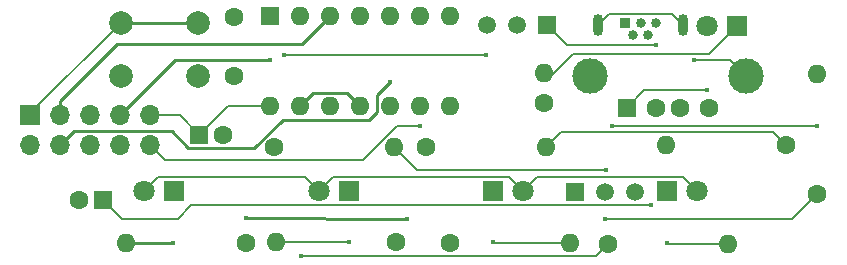
<source format=gbr>
%TF.GenerationSoftware,KiCad,Pcbnew,(6.0.1)*%
%TF.CreationDate,2022-10-21T14:46:05-07:00*%
%TF.ProjectId,BonkDaddyBoard,426f6e6b-4461-4646-9479-426f6172642e,1.2*%
%TF.SameCoordinates,Original*%
%TF.FileFunction,Copper,L2,Bot*%
%TF.FilePolarity,Positive*%
%FSLAX46Y46*%
G04 Gerber Fmt 4.6, Leading zero omitted, Abs format (unit mm)*
G04 Created by KiCad (PCBNEW (6.0.1)) date 2022-10-21 14:46:05*
%MOMM*%
%LPD*%
G01*
G04 APERTURE LIST*
%TA.AperFunction,ComponentPad*%
%ADD10R,0.840000X0.840000*%
%TD*%
%TA.AperFunction,ComponentPad*%
%ADD11C,0.840000*%
%TD*%
%TA.AperFunction,ComponentPad*%
%ADD12O,0.850000X1.850000*%
%TD*%
%TA.AperFunction,ComponentPad*%
%ADD13C,2.000000*%
%TD*%
%TA.AperFunction,ComponentPad*%
%ADD14R,1.800000X1.800000*%
%TD*%
%TA.AperFunction,ComponentPad*%
%ADD15C,1.800000*%
%TD*%
%TA.AperFunction,ComponentPad*%
%ADD16C,1.600000*%
%TD*%
%TA.AperFunction,ComponentPad*%
%ADD17O,1.600000X1.600000*%
%TD*%
%TA.AperFunction,ComponentPad*%
%ADD18R,1.600000X1.600000*%
%TD*%
%TA.AperFunction,ComponentPad*%
%ADD19R,1.600000X1.500000*%
%TD*%
%TA.AperFunction,ComponentPad*%
%ADD20C,3.000000*%
%TD*%
%TA.AperFunction,ComponentPad*%
%ADD21R,1.700000X1.700000*%
%TD*%
%TA.AperFunction,ComponentPad*%
%ADD22O,1.700000X1.700000*%
%TD*%
%TA.AperFunction,ComponentPad*%
%ADD23R,1.500000X1.500000*%
%TD*%
%TA.AperFunction,ComponentPad*%
%ADD24C,1.500000*%
%TD*%
%TA.AperFunction,ViaPad*%
%ADD25C,0.400000*%
%TD*%
%TA.AperFunction,Conductor*%
%ADD26C,0.200000*%
%TD*%
%TA.AperFunction,Conductor*%
%ADD27C,0.250000*%
%TD*%
G04 APERTURE END LIST*
D10*
%TO.P,J2,1,VBUS*%
%TO.N,Net-(J2-Pad1)*%
X102700000Y-52500000D03*
D11*
%TO.P,J2,2,D-*%
%TO.N,Net-(J2-Pad2)*%
X103350000Y-53500000D03*
%TO.P,J2,3,D+*%
%TO.N,Net-(J2-Pad3)*%
X104000000Y-52500000D03*
%TO.P,J2,4,ID*%
%TO.N,unconnected-(J2-Pad4)*%
X104650000Y-53500000D03*
%TO.P,J2,5,GND*%
%TO.N,GND*%
X105300000Y-52500000D03*
D12*
%TO.P,J2,6,Shield*%
%TO.N,Net-(J2-Pad6)*%
X100425000Y-52720000D03*
X107575000Y-52720000D03*
%TD*%
D13*
%TO.P,SW1,1,1*%
%TO.N,Net-(J1-Pad1)*%
X66500000Y-52500000D03*
X60000000Y-52500000D03*
%TO.P,SW1,2,2*%
%TO.N,GND*%
X60000000Y-57000000D03*
X66500000Y-57000000D03*
%TD*%
D14*
%TO.P,D1,1,K*%
%TO.N,Net-(D1-Pad1)*%
X106280000Y-66750000D03*
D15*
%TO.P,D1,2,A*%
%TO.N,+3V3*%
X108820000Y-66750000D03*
%TD*%
D14*
%TO.P,D2,1,K*%
%TO.N,Net-(D2-Pad1)*%
X112200000Y-52750000D03*
D15*
%TO.P,D2,2,A*%
%TO.N,Net-(D2-Pad2)*%
X109660000Y-52750000D03*
%TD*%
D16*
%TO.P,R1,1*%
%TO.N,Net-(R1-Pad1)*%
X101245000Y-71225000D03*
D17*
%TO.P,R1,2*%
%TO.N,Net-(D1-Pad1)*%
X111405000Y-71225000D03*
%TD*%
D16*
%TO.P,R2,1*%
%TO.N,Net-(R2-Pad1)*%
X70580000Y-71175000D03*
D17*
%TO.P,R2,2*%
%TO.N,Net-(D4-Pad1)*%
X60420000Y-71175000D03*
%TD*%
D14*
%TO.P,D3,1,K*%
%TO.N,Net-(D3-Pad1)*%
X91510000Y-66750000D03*
D15*
%TO.P,D3,2,A*%
%TO.N,+3V3*%
X94050000Y-66750000D03*
%TD*%
D16*
%TO.P,R4,1*%
%TO.N,Net-(R4-Pad1)*%
X87895000Y-71175000D03*
D17*
%TO.P,R4,2*%
%TO.N,Net-(D3-Pad1)*%
X98055000Y-71175000D03*
%TD*%
D16*
%TO.P,R5,1*%
%TO.N,Net-(R5-Pad1)*%
X83255000Y-71075000D03*
D17*
%TO.P,R5,2*%
%TO.N,Net-(D5-Pad1)*%
X73095000Y-71075000D03*
%TD*%
D16*
%TO.P,R6,1*%
%TO.N,GND*%
X85845000Y-63000000D03*
D17*
%TO.P,R6,2*%
%TO.N,Net-(Q3-Pad2)*%
X96005000Y-63000000D03*
%TD*%
D16*
%TO.P,R8,1*%
%TO.N,Net-(Q4-Pad2)*%
X118975000Y-67005000D03*
D17*
%TO.P,R8,2*%
%TO.N,Net-(J2-Pad1)*%
X118975000Y-56845000D03*
%TD*%
D16*
%TO.P,R9,1*%
%TO.N,Net-(Q3-Pad3)*%
X73000000Y-63000000D03*
D17*
%TO.P,R9,2*%
%TO.N,Net-(Q4-Pad2)*%
X83160000Y-63000000D03*
%TD*%
D16*
%TO.P,R7,1*%
%TO.N,Net-(Q3-Pad2)*%
X116330000Y-62875000D03*
D17*
%TO.P,R7,2*%
%TO.N,+12V*%
X106170000Y-62875000D03*
%TD*%
D18*
%TO.P,C2,1*%
%TO.N,+3V3*%
X66644888Y-61980000D03*
D16*
%TO.P,C2,2*%
%TO.N,GND*%
X68644888Y-61980000D03*
%TD*%
D14*
%TO.P,D5,1,K*%
%TO.N,Net-(D5-Pad1)*%
X79290000Y-66750000D03*
D15*
%TO.P,D5,2,A*%
%TO.N,+3V3*%
X76750000Y-66750000D03*
%TD*%
D18*
%TO.P,C3,1*%
%TO.N,+12V*%
X58475113Y-67510000D03*
D16*
%TO.P,C3,2*%
%TO.N,GND*%
X56475113Y-67510000D03*
%TD*%
D14*
%TO.P,D4,1,K*%
%TO.N,Net-(D4-Pad1)*%
X64520000Y-66750000D03*
D15*
%TO.P,D4,2,A*%
%TO.N,+3V3*%
X61980000Y-66750000D03*
%TD*%
D19*
%TO.P,J3,1,VBUS*%
%TO.N,Net-(D2-Pad2)*%
X102825000Y-59695000D03*
D16*
%TO.P,J3,2,D-*%
%TO.N,Net-(J2-Pad2)*%
X105325000Y-59695000D03*
%TO.P,J3,3,D+*%
%TO.N,Net-(J2-Pad3)*%
X107325000Y-59695000D03*
%TO.P,J3,4,GND*%
%TO.N,GND*%
X109825000Y-59695000D03*
D20*
%TO.P,J3,5,Shield*%
%TO.N,Net-(J2-Pad6)*%
X112895000Y-56985000D03*
X99755000Y-56985000D03*
%TD*%
D21*
%TO.P,J1,1,Pin_1*%
%TO.N,Net-(J1-Pad1)*%
X52325000Y-60325000D03*
D22*
%TO.P,J1,2,Pin_2*%
%TO.N,GND*%
X52325000Y-62865000D03*
%TO.P,J1,3,Pin_3*%
%TO.N,Net-(J1-Pad3)*%
X54865000Y-60325000D03*
%TO.P,J1,4,Pin_4*%
%TO.N,Net-(J1-Pad4)*%
X54865000Y-62865000D03*
%TO.P,J1,5,Pin_5*%
%TO.N,+12V*%
X57405000Y-60325000D03*
%TO.P,J1,6,Pin_6*%
%TO.N,unconnected-(J1-Pad6)*%
X57405000Y-62865000D03*
%TO.P,J1,7,Pin_7*%
%TO.N,Net-(J1-Pad7)*%
X59945000Y-60325000D03*
%TO.P,J1,8,Pin_8*%
%TO.N,GND*%
X59945000Y-62865000D03*
%TO.P,J1,9,Pin_9*%
%TO.N,+3V3*%
X62485000Y-60325000D03*
%TO.P,J1,10,Pin_10*%
%TO.N,Net-(J1-Pad10)*%
X62485000Y-62865000D03*
%TD*%
D16*
%TO.P,R3,1*%
%TO.N,GND*%
X95800000Y-59320000D03*
D17*
%TO.P,R3,2*%
%TO.N,Net-(D2-Pad1)*%
X95800000Y-56780000D03*
%TD*%
D16*
%TO.P,C1,1*%
%TO.N,+3V3*%
X69600000Y-52025000D03*
%TO.P,C1,2*%
%TO.N,GND*%
X69600000Y-57025000D03*
%TD*%
D23*
%TO.P,Q3,1,S*%
%TO.N,GND*%
X96050000Y-52675000D03*
D24*
%TO.P,Q3,2,G*%
%TO.N,Net-(Q3-Pad2)*%
X93510000Y-52675000D03*
%TO.P,Q3,3,D*%
%TO.N,Net-(Q3-Pad3)*%
X90970000Y-52675000D03*
%TD*%
D18*
%TO.P,U1,1*%
%TO.N,Net-(J1-Pad7)*%
X72635000Y-51930000D03*
D17*
%TO.P,U1,2*%
%TO.N,Net-(R1-Pad1)*%
X75175000Y-51930000D03*
%TO.P,U1,3*%
%TO.N,Net-(J1-Pad3)*%
X77715000Y-51930000D03*
%TO.P,U1,4*%
%TO.N,Net-(R5-Pad1)*%
X80255000Y-51930000D03*
%TO.P,U1,5*%
%TO.N,Net-(J1-Pad4)*%
X82795000Y-51930000D03*
%TO.P,U1,6*%
%TO.N,Net-(R2-Pad1)*%
X85335000Y-51930000D03*
%TO.P,U1,7,GND*%
%TO.N,GND*%
X87875000Y-51930000D03*
%TO.P,U1,8*%
%TO.N,Net-(R4-Pad1)*%
X87875000Y-59550000D03*
%TO.P,U1,9*%
%TO.N,Net-(J1-Pad10)*%
X85335000Y-59550000D03*
%TO.P,U1,10*%
%TO.N,unconnected-(U1-Pad10)*%
X82795000Y-59550000D03*
%TO.P,U1,11*%
%TO.N,GND*%
X80255000Y-59550000D03*
%TO.P,U1,12*%
%TO.N,unconnected-(U1-Pad12)*%
X77715000Y-59550000D03*
%TO.P,U1,13*%
%TO.N,GND*%
X75175000Y-59550000D03*
%TO.P,U1,14,VCC*%
%TO.N,+3V3*%
X72635000Y-59550000D03*
%TD*%
D23*
%TO.P,Q4,1,E*%
%TO.N,Net-(J2-Pad1)*%
X98460000Y-66835000D03*
D24*
%TO.P,Q4,2,B*%
%TO.N,Net-(Q4-Pad2)*%
X101000000Y-66835000D03*
%TO.P,Q4,3,C*%
%TO.N,Net-(D2-Pad2)*%
X103540000Y-66835000D03*
%TD*%
D25*
%TO.N,Net-(J2-Pad1)*%
X101554511Y-61220489D03*
X118945489Y-61220489D03*
%TO.N,Net-(J2-Pad6)*%
X108500000Y-55675000D03*
%TO.N,+12V*%
X104849511Y-67949511D03*
%TO.N,GND*%
X105300000Y-54375000D03*
%TO.N,Net-(D1-Pad1)*%
X106280000Y-71170000D03*
%TO.N,Net-(D4-Pad1)*%
X64400000Y-71175000D03*
%TO.N,Net-(D2-Pad2)*%
X109650489Y-58199511D03*
%TO.N,Net-(J1-Pad7)*%
X72614511Y-55675489D03*
%TO.N,Net-(D5-Pad1)*%
X79300000Y-71075000D03*
%TO.N,Net-(D3-Pad1)*%
X91510000Y-71065000D03*
%TO.N,Net-(J1-Pad10)*%
X85320000Y-61250000D03*
%TO.N,Net-(J1-Pad4)*%
X82760000Y-57510000D03*
%TO.N,Net-(R1-Pad1)*%
X75274511Y-72274511D03*
%TO.N,Net-(R2-Pad1)*%
X84250000Y-69075000D03*
X70600000Y-69070000D03*
%TO.N,Net-(Q3-Pad3)*%
X73799999Y-55225001D03*
X90950000Y-55225000D03*
%TO.N,Net-(Q4-Pad2)*%
X101075000Y-64950000D03*
X101000000Y-69150000D03*
%TD*%
D26*
%TO.N,Net-(J2-Pad1)*%
X101554511Y-61220489D02*
X118945489Y-61220489D01*
%TO.N,Net-(J2-Pad6)*%
X106635489Y-51780489D02*
X107575000Y-52720000D01*
X100425000Y-52720000D02*
X101364511Y-51780489D01*
X112895000Y-56985000D02*
X111585000Y-55675000D01*
X111585000Y-55675000D02*
X108500000Y-55675000D01*
X101364511Y-51780489D02*
X106635489Y-51780489D01*
D27*
%TO.N,Net-(J1-Pad1)*%
X60000000Y-52500000D02*
X66500000Y-52500000D01*
D26*
X52325000Y-60175000D02*
X60000000Y-52500000D01*
X52325000Y-60325000D02*
X52325000Y-60175000D01*
%TO.N,+12V*%
X64809022Y-69110000D02*
X60075113Y-69110000D01*
X65969511Y-67949511D02*
X64809022Y-69110000D01*
X60075113Y-69110000D02*
X58475113Y-67510000D01*
X104849511Y-67949511D02*
X65969511Y-67949511D01*
D27*
%TO.N,GND*%
X75175000Y-59550000D02*
X76299511Y-58425489D01*
D26*
X96050000Y-52675000D02*
X97750000Y-54375000D01*
D27*
X76299511Y-58425489D02*
X79130489Y-58425489D01*
X79130489Y-58425489D02*
X80255000Y-59550000D01*
D26*
X97750000Y-54375000D02*
X105300000Y-54375000D01*
%TO.N,Net-(D1-Pad1)*%
X106335000Y-71225000D02*
X106280000Y-71170000D01*
X111405000Y-71225000D02*
X106335000Y-71225000D01*
D27*
%TO.N,Net-(D4-Pad1)*%
X60420000Y-71175000D02*
X64400000Y-71175000D01*
D26*
%TO.N,Net-(D2-Pad2)*%
X104320489Y-58199511D02*
X109650489Y-58199511D01*
X102825000Y-59695000D02*
X104320489Y-58199511D01*
%TO.N,Net-(D2-Pad1)*%
X98239511Y-55175489D02*
X109774511Y-55175489D01*
X109774511Y-55175489D02*
X112200000Y-52750000D01*
X96365000Y-57050000D02*
X98239511Y-55175489D01*
D27*
%TO.N,Net-(J1-Pad7)*%
X59945000Y-60325000D02*
X64594511Y-55675489D01*
X64594511Y-55675489D02*
X72614511Y-55675489D01*
D26*
%TO.N,Net-(D5-Pad1)*%
X73095000Y-71075000D02*
X79300000Y-71075000D01*
%TO.N,Net-(D3-Pad1)*%
X98055000Y-71175000D02*
X91620000Y-71175000D01*
X91620000Y-71175000D02*
X91510000Y-71065000D01*
D27*
%TO.N,Net-(J1-Pad3)*%
X54865000Y-60325000D02*
X54865000Y-59122919D01*
X54865000Y-59122919D02*
X59707919Y-54280000D01*
X75365000Y-54280000D02*
X77715000Y-51930000D01*
X59707919Y-54280000D02*
X75365000Y-54280000D01*
D26*
%TO.N,Net-(J1-Pad10)*%
X63719511Y-64099511D02*
X80505545Y-64099511D01*
X83355056Y-61250000D02*
X85320000Y-61250000D01*
X62485000Y-62865000D02*
X63719511Y-64099511D01*
X80505545Y-64099511D02*
X83355056Y-61250000D01*
D27*
%TO.N,Net-(J1-Pad4)*%
X54865000Y-62865000D02*
X56039511Y-61690489D01*
X65710000Y-63104511D02*
X71305189Y-63104511D01*
X81670489Y-58599511D02*
X82760000Y-57510000D01*
X64295978Y-61690489D02*
X65710000Y-63104511D01*
X80976278Y-60710000D02*
X81670489Y-60015789D01*
X56039511Y-61690489D02*
X64295978Y-61690489D01*
X81670489Y-60015789D02*
X81670489Y-58599511D01*
X71305189Y-63104511D02*
X73699700Y-60710000D01*
X73699700Y-60710000D02*
X80976278Y-60710000D01*
D26*
%TO.N,Net-(R1-Pad1)*%
X100195489Y-72274511D02*
X75574511Y-72274511D01*
X75574511Y-72274511D02*
X75274511Y-72274511D01*
X101245000Y-71225000D02*
X100195489Y-72274511D01*
D27*
%TO.N,Net-(R2-Pad1)*%
X70600000Y-69070000D02*
X84250000Y-69075000D01*
D26*
%TO.N,+3V3*%
X94050000Y-66750000D02*
X95249511Y-65550489D01*
X107620489Y-65550489D02*
X108820000Y-66750000D01*
X75550489Y-65550489D02*
X76750000Y-66750000D01*
X95249511Y-65550489D02*
X107620489Y-65550489D01*
X66644888Y-61980000D02*
X69074888Y-59550000D01*
X61980000Y-66750000D02*
X63179511Y-65550489D01*
X63179511Y-65550489D02*
X75550489Y-65550489D01*
X76750000Y-66750000D02*
X77949511Y-65550489D01*
X64989888Y-60325000D02*
X66644888Y-61980000D01*
X69074888Y-59550000D02*
X72635000Y-59550000D01*
X62485000Y-60325000D02*
X64989888Y-60325000D01*
X92850489Y-65550489D02*
X94050000Y-66750000D01*
X77949511Y-65550489D02*
X92850489Y-65550489D01*
%TO.N,Net-(Q3-Pad2)*%
X96005000Y-63000000D02*
X97229511Y-61775489D01*
X97229511Y-61775489D02*
X115230489Y-61775489D01*
X115230489Y-61775489D02*
X116330000Y-62875000D01*
%TO.N,Net-(Q3-Pad3)*%
X73799999Y-55225001D02*
X90925000Y-55225000D01*
%TO.N,Net-(Q4-Pad2)*%
X101000000Y-69150000D02*
X116830000Y-69150000D01*
X116830000Y-69150000D02*
X118975000Y-67005000D01*
X85110000Y-64950000D02*
X101075000Y-64950000D01*
X83160000Y-63000000D02*
X85110000Y-64950000D01*
%TD*%
M02*

</source>
